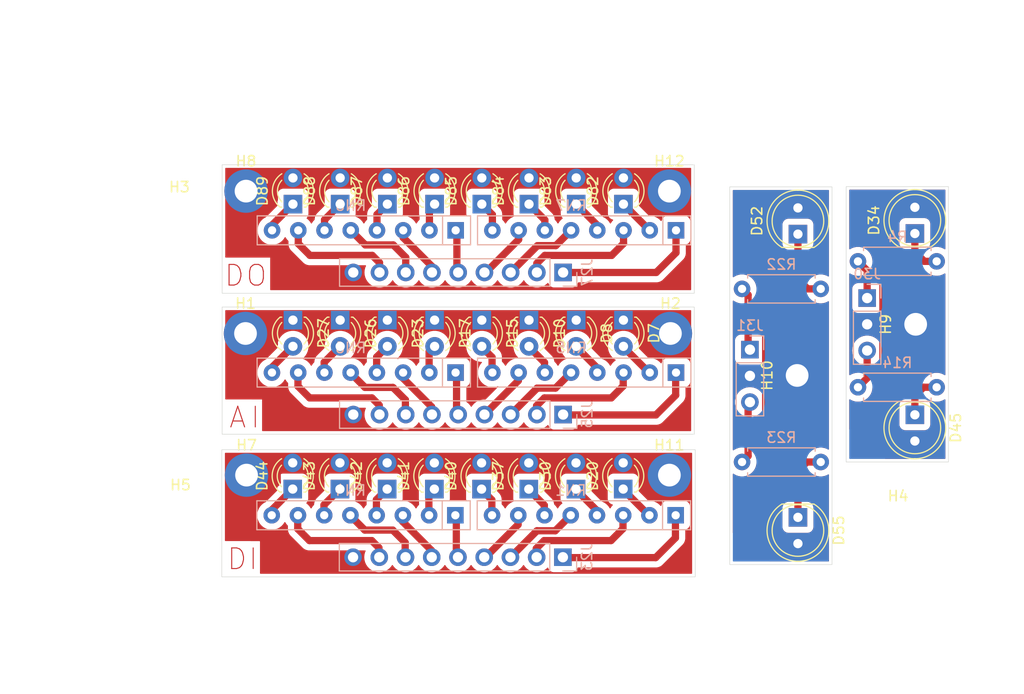
<source format=kicad_pcb>
(kicad_pcb
	(version 20240108)
	(generator "pcbnew")
	(generator_version "8.0")
	(general
		(thickness 1.6)
		(legacy_teardrops no)
	)
	(paper "A4")
	(layers
		(0 "F.Cu" signal)
		(1 "In1.Cu" signal)
		(2 "In2.Cu" signal)
		(31 "B.Cu" signal)
		(32 "B.Adhes" user "B.Adhesive")
		(33 "F.Adhes" user "F.Adhesive")
		(34 "B.Paste" user)
		(35 "F.Paste" user)
		(36 "B.SilkS" user "B.Silkscreen")
		(37 "F.SilkS" user "F.Silkscreen")
		(38 "B.Mask" user)
		(39 "F.Mask" user)
		(40 "Dwgs.User" user "User.Drawings")
		(41 "Cmts.User" user "User.Comments")
		(42 "Eco1.User" user "User.Eco1")
		(43 "Eco2.User" user "User.Eco2")
		(44 "Edge.Cuts" user)
		(45 "Margin" user)
		(46 "B.CrtYd" user "B.Courtyard")
		(47 "F.CrtYd" user "F.Courtyard")
		(48 "B.Fab" user)
		(49 "F.Fab" user)
		(50 "User.1" user)
		(51 "User.2" user)
		(52 "User.3" user)
		(53 "User.4" user)
		(54 "User.5" user)
		(55 "User.6" user)
		(56 "User.7" user)
		(57 "User.8" user)
		(58 "User.9" user)
	)
	(setup
		(stackup
			(layer "F.SilkS"
				(type "Top Silk Screen")
			)
			(layer "F.Paste"
				(type "Top Solder Paste")
			)
			(layer "F.Mask"
				(type "Top Solder Mask")
				(thickness 0.01)
			)
			(layer "F.Cu"
				(type "copper")
				(thickness 0.035)
			)
			(layer "dielectric 1"
				(type "prepreg")
				(thickness 0.1)
				(material "FR4")
				(epsilon_r 4.5)
				(loss_tangent 0.02)
			)
			(layer "In1.Cu"
				(type "copper")
				(thickness 0.035)
			)
			(layer "dielectric 2"
				(type "core")
				(thickness 1.24)
				(material "FR4")
				(epsilon_r 4.5)
				(loss_tangent 0.02)
			)
			(layer "In2.Cu"
				(type "copper")
				(thickness 0.035)
			)
			(layer "dielectric 3"
				(type "prepreg")
				(thickness 0.1)
				(material "FR4")
				(epsilon_r 4.5)
				(loss_tangent 0.02)
			)
			(layer "B.Cu"
				(type "copper")
				(thickness 0.035)
			)
			(layer "B.Mask"
				(type "Bottom Solder Mask")
				(thickness 0.01)
			)
			(layer "B.Paste"
				(type "Bottom Solder Paste")
			)
			(layer "B.SilkS"
				(type "Bottom Silk Screen")
				(color "Red")
			)
			(copper_finish "None")
			(dielectric_constraints no)
		)
		(pad_to_mask_clearance 0)
		(allow_soldermask_bridges_in_footprints no)
		(pcbplotparams
			(layerselection 0x0001000_fffffff9)
			(plot_on_all_layers_selection 0x0000000_00000000)
			(disableapertmacros no)
			(usegerberextensions no)
			(usegerberattributes no)
			(usegerberadvancedattributes yes)
			(creategerberjobfile yes)
			(dashed_line_dash_ratio 12.000000)
			(dashed_line_gap_ratio 3.000000)
			(svgprecision 4)
			(plotframeref no)
			(viasonmask no)
			(mode 1)
			(useauxorigin no)
			(hpglpennumber 1)
			(hpglpenspeed 20)
			(hpglpendiameter 15.000000)
			(pdf_front_fp_property_popups yes)
			(pdf_back_fp_property_popups yes)
			(dxfpolygonmode yes)
			(dxfimperialunits yes)
			(dxfusepcbnewfont yes)
			(psnegative no)
			(psa4output no)
			(plotreference no)
			(plotvalue no)
			(plotfptext no)
			(plotinvisibletext no)
			(sketchpadsonfab no)
			(subtractmaskfromsilk no)
			(outputformat 1)
			(mirror no)
			(drillshape 0)
			(scaleselection 1)
			(outputdirectory "export/")
		)
	)
	(net 0 "")
	(net 1 "Net-(D45-K)")
	(net 2 "Net-(D7-A)")
	(net 3 "Net-(D8-A)")
	(net 4 "Net-(D10-A)")
	(net 5 "Net-(D15-A)")
	(net 6 "Net-(D17-A)")
	(net 7 "Net-(D23-A)")
	(net 8 "Net-(D26-A)")
	(net 9 "Net-(D27-A)")
	(net 10 "Net-(D82-K)")
	(net 11 "Net-(D83-K)")
	(net 12 "Net-(D84-K)")
	(net 13 "Net-(D85-K)")
	(net 14 "Net-(D86-K)")
	(net 15 "Net-(D87-K)")
	(net 16 "Net-(D88-K)")
	(net 17 "Net-(D89-K)")
	(net 18 "Net-(J25-Pin_8)")
	(net 19 "Net-(J25-Pin_5)")
	(net 20 "Net-(J25-Pin_7)")
	(net 21 "Net-(J25-Pin_2)")
	(net 22 "Net-(J25-Pin_6)")
	(net 23 "Net-(J25-Pin_1)")
	(net 24 "Net-(J25-Pin_4)")
	(net 25 "Net-(J25-Pin_3)")
	(net 26 "Net-(J27-Pin_4)")
	(net 27 "Net-(J27-Pin_8)")
	(net 28 "Net-(J27-Pin_1)")
	(net 29 "Net-(J27-Pin_5)")
	(net 30 "Net-(J27-Pin_6)")
	(net 31 "Net-(J27-Pin_7)")
	(net 32 "Net-(J27-Pin_3)")
	(net 33 "Net-(J27-Pin_2)")
	(net 34 "Net-(D20-K)")
	(net 35 "Net-(D30-K)")
	(net 36 "Net-(D37-K)")
	(net 37 "Net-(D40-K)")
	(net 38 "Net-(D41-K)")
	(net 39 "Net-(D42-K)")
	(net 40 "Net-(D43-K)")
	(net 41 "Net-(D44-K)")
	(net 42 "Net-(J23-Pin_1)")
	(net 43 "Net-(J23-Pin_5)")
	(net 44 "Net-(J23-Pin_3)")
	(net 45 "Net-(J23-Pin_2)")
	(net 46 "Net-(J23-Pin_8)")
	(net 47 "Net-(J23-Pin_7)")
	(net 48 "Net-(J23-Pin_4)")
	(net 49 "Net-(J23-Pin_6)")
	(net 50 "Net-(D34-K)")
	(net 51 "Net-(D52-K)")
	(net 52 "Net-(D55-K)")
	(net 53 "Net-(J30-Pin_3)")
	(net 54 "Net-(J30-Pin_1)")
	(net 55 "Net-(J31-Pin_3)")
	(net 56 "Net-(J31-Pin_1)")
	(net 57 "/8x-LED-common-cathode_external/COM")
	(net 58 "/2x-LED-common-anode_external_1/COM")
	(net 59 "/2x-LED-common-anode_external_/COM")
	(net 60 "/8x-LED-common-anode_external1/COM")
	(net 61 "/8x-LED-common-anode_external/COM")
	(footprint "LED_THT:LED_D3.0mm_IRGrey" (layer "F.Cu") (at 161.56615 53.7703 90))
	(footprint "LED_THT:LED_D3.0mm_IRGrey" (layer "F.Cu") (at 143.27815 65.00185 -90))
	(footprint "LED_THT:LED_D3.0mm_IRGrey" (layer "F.Cu") (at 152.42215 53.7703 90))
	(footprint "LED_THT:LED_D3.0mm_IRGrey" (layer "F.Cu") (at 175.28215 65.00185 -90))
	(footprint "LED_THT:LED_D3.0mm_IRGrey" (layer "F.Cu") (at 170.71015 65.00185 -90))
	(footprint "LED_THT:LED_D3.0mm_IRGrey" (layer "F.Cu") (at 166.13815 53.7703 90))
	(footprint "LED_THT:LED_D3.0mm_IRGrey" (layer "F.Cu") (at 156.972 81.3662 90))
	(footprint "LED_THT:LED_D3.0mm_IRGrey" (layer "F.Cu") (at 143.27815 53.7703 90))
	(footprint "LED_THT:LED_D5.0mm_IRGrey" (layer "F.Cu") (at 192.18 84.101 -90))
	(footprint "custom-footprints1:MountingHole_2.2mm_NPTH-with-pad" (layer "F.Cu") (at 138.7856 80.01))
	(footprint "LED_THT:LED_D3.0mm_IRGrey" (layer "F.Cu") (at 166.13815 65.00185 -90))
	(footprint "LED_THT:LED_D5.0mm_IRGrey" (layer "F.Cu") (at 192.18 56.674 90))
	(footprint "custom-footprints1:MountingHole_2.2mm_NPTH-with-pad" (layer "F.Cu") (at 179.832 66.294))
	(footprint "LED_THT:LED_D3.0mm_IRGrey" (layer "F.Cu") (at 147.85015 53.7703 90))
	(footprint "custom-footprints1:MountingHole_2.2mm_NPTH-with-pad" (layer "F.Cu") (at 138.684 66.294))
	(footprint "LED_THT:LED_D3.0mm_IRGrey" (layer "F.Cu") (at 147.828 81.3612 90))
	(footprint "LED_THT:LED_D3.0mm_IRGrey" (layer "F.Cu") (at 152.4 81.3612 90))
	(footprint "LED_THT:LED_D3.0mm_IRGrey" (layer "F.Cu") (at 143.256 81.3612 90))
	(footprint "custom-footprints1:MountingHole_2.2mm_NPTH-with-pad" (layer "F.Cu") (at 203.581 65.405 90))
	(footprint "LED_THT:LED_D3.0mm_IRGrey" (layer "F.Cu") (at 156.99415 53.7703 90))
	(footprint "LED_THT:LED_D3.0mm_IRGrey" (layer "F.Cu") (at 170.71015 53.7703 90))
	(footprint "LED_THT:LED_D3.0mm_IRGrey" (layer "F.Cu") (at 161.544 81.3662 90))
	(footprint "custom-footprints1:MountingHole_2.2mm_NPTH-with-pad" (layer "F.Cu") (at 179.7304 52.50875))
	(footprint "custom-footprints1:MountingHole_2.2mm_NPTH-with-pad" (layer "F.Cu") (at 138.7348 52.50875))
	(footprint "LED_THT:LED_D3.0mm_IRGrey" (layer "F.Cu") (at 156.99415 65.00185 -90))
	(footprint "MountingHole:MountingHole_2.2mm_M2_ISO14580" (layer "F.Cu") (at 201.8792 84.9376))
	(footprint "LED_THT:LED_D3.0mm_IRGrey" (layer "F.Cu") (at 161.56615 65.00185 -90))
	(footprint "custom-footprints1:MountingHole_2.2mm_NPTH-with-pad" (layer "F.Cu") (at 179.7304 80.01))
	(footprint "LED_THT:LED_D5.0mm_IRGrey" (layer "F.Cu") (at 203.503 74.168 -90))
	(footprint "LED_THT:LED_D3.0mm_IRGrey" (layer "F.Cu") (at 166.116 81.3662 90))
	(footprint "LED_THT:LED_D3.0mm_IRGrey" (layer "F.Cu") (at 152.42215 65.00185 -90))
	(footprint "LED_THT:LED_D3.0mm_IRGrey" (layer "F.Cu") (at 170.688 81.3662 90))
	(footprint "LED_THT:LED_D3.0mm_IRGrey" (layer "F.Cu") (at 147.85015 65.00185 -90))
	(footprint "LED_THT:LED_D3.0mm_IRGrey" (layer "F.Cu") (at 175.28215 53.7703 90))
	(footprint "LED_THT:LED_D3.0mm_IRGrey" (layer "F.Cu") (at 175.26 81.3612 90))
	(footprint "custom-footprints1:MountingHole_2.2mm_NPTH-with-pad" (layer "F.Cu") (at 192.102 70.358 90))
	(footprint "MountingHole:MountingHole_2.2mm_M2_ISO14580" (layer "F.Cu") (at 132.2832 55.0164))
	(footprint "MountingHole:MountingHole_2.2mm_M2_ISO14580" (layer "F.Cu") (at 132.3848 83.8708))
	(footprint "LED_THT:LED_D5.0mm_IRGrey" (layer "F.Cu") (at 203.503 56.615 90))
	(footprint "Connector_PinHeader_2.54mm:PinHeader_1x09_P2.54mm_Vertical" (layer "B.Cu") (at 169.44015 74.14585 90))
	(footprint "Connector_PinHeader_2.54mm:PinHeader_1x09_P2.54mm_Vertical" (layer "B.Cu") (at 169.44015 60.386 90))
	(footprint "Resistor_THT:R_Array_SIP8" (layer "B.Cu") (at 180.37215 56.3053 180))
	(footprint "Resistor_THT:R_Axial_DIN0207_L6.3mm_D2.5mm_P7.62mm_Horizontal"
		(layer "B.Cu")
		(uuid "2cd76e64-7619-42ab-a8d3-3199c0bb5972")
		(at 205.613 59.309 180)
		(descr "Resistor, Axial_DIN0207 series, Axial, Horizontal, pin pitch=7.62mm, 0.25W = 1/4W, length*diameter=6.3*2.5mm^2, http://cdn-reichelt.de/documents/datenblatt/B400/1_4W%23YAG.pdf")
		(tags "Resistor Axial_DIN0207 series Axial Horizontal pin pitch 7.62mm 0.25W = 1/4W length 6.3mm diameter 2.5mm")
		(property "Reference" "R4"
			(at 3.81 2.37 0)
			(layer "B.SilkS")
			(uuid "523a73a1-f4e5-48f8-8539-73bcd31afc10")
			(effects
				(font
					(size 1 1)
					(thickness 0.15)
				)
				(justify mirror)
			)
		)
		(property "Value" "47"
			(at 3.81 -2.37 0)
			(layer "B.Fab")
			(uuid "d278bdd4-3a50-4666-8180-d82e9e98b924")
			(effects
				(font
					(size 1 1)
					(thickness 0.15)
				)
				(justify mirror)
			)
		)
		(property "Footprint" "Resistor_THT:R_Axial_DIN0207_L6.3mm_D2.5mm_P7.62mm_Horizontal"
			(at 0 0 0)
			(unlocked yes)
			(layer "B.Fab")
			(hide yes)
			(uuid "40b02d37-5bd3-44f6-b31d-94b496ce0a86")
			(effects
				(font
					(size 1.27 1.27)
					(thickness 0.15)
				)
				(justify mirror)
			)
		)
		(property "Datasheet" "sortiment"
			(at 0 0 0)
			(unlocked yes)
			(layer "B.Fab")
			(hide yes)
			(uuid "38391cc5-fd5d-474c-bf13-e2fb9ecccd0a")
			(effects
				(font
					(size 1.27 1.27)
					(thickness 0.15)
				)
				(justify mirror)
			)
		)
		(property "Description" "Resistor"
			(at 0 0 0)
			(unlocked yes)
			(layer "B.Fab")
			(hide yes)
			(uuid "73e25082-ef41-4a25-8364-e5744c2e8ce5")
			(effects
				(font
					(size 1.27 1.27)
					(thickness 0.15)
				)
				(justify mirror)
			)
		)
		(property ki_fp_filters "R_*")
		(path "/ecfd0405-fdd3-4441-b404-1b66e38d54e9/5fd98a77-1145-4c31-9bed-082f31a08498")
		(sheetname "2x-LED-common-anode_external_1")
		(sheetfile "2x-LED-common-anode_external.kicad_sch")
		(attr through_hole)
		(fp_line
			(start 7.08 1.37)
			(end 0.54 1.37)
			(stroke
				(width 0.12)
				(type solid)
			)
			(layer "B.SilkS")
			(uuid "309b6adf-7169-455a-bff9-74072314cb60")
		)
		(fp_line
			(start 7.08 1.04)
			(end 7.08 1.37)
			(stroke
				(width 0.12)
				(type solid)
			)
			(layer "B.SilkS")
			(uuid "59bc13e8-d87d-4ca7-95d4-b75f03692e3a")
		)
		(fp_line
			(start 7.08 -1.04)
			(end 7.08 -1.37)
			(stroke
				(width 0.12)
				(type solid)
			)
			(layer "B.SilkS")
			(uuid "bff09161-c49e-4759-a55f-873bbd447d55")
		)
		(fp_line
			(start 7.08 -1.37)
			(end 0.54 -1.37)
			(stroke
				(width 0.12)
				(type solid)
			)
			(layer "B.SilkS")
			(uuid "62ada38d-8cbb-43e6-abb9-cd56d0405141")
		)
		(fp_line
			(start 0.54 1.37)
			(end 0.54 1.04)
			(stroke
				(width 0.12)
				(type solid)
			)
			(layer "B.SilkS")
			(uuid "c7c02371-113a-4113-b3ee-b37f7ff592be")
		)
		(fp_line
			(start 0.54 -1.37)
			(end 0.54 -1.04)
			(stroke
				(width 0.12)
				(type solid)
			)
			(layer "B.SilkS")
			(uuid "13e13532-fa61-4885-8610-b0788b72a3d6")
		)
		(fp_line
			(start 8.67 1.5)
			(end 8.67 -1.5)
			(stroke
				(width 0.05)
				(t
... [244991 chars truncated]
</source>
